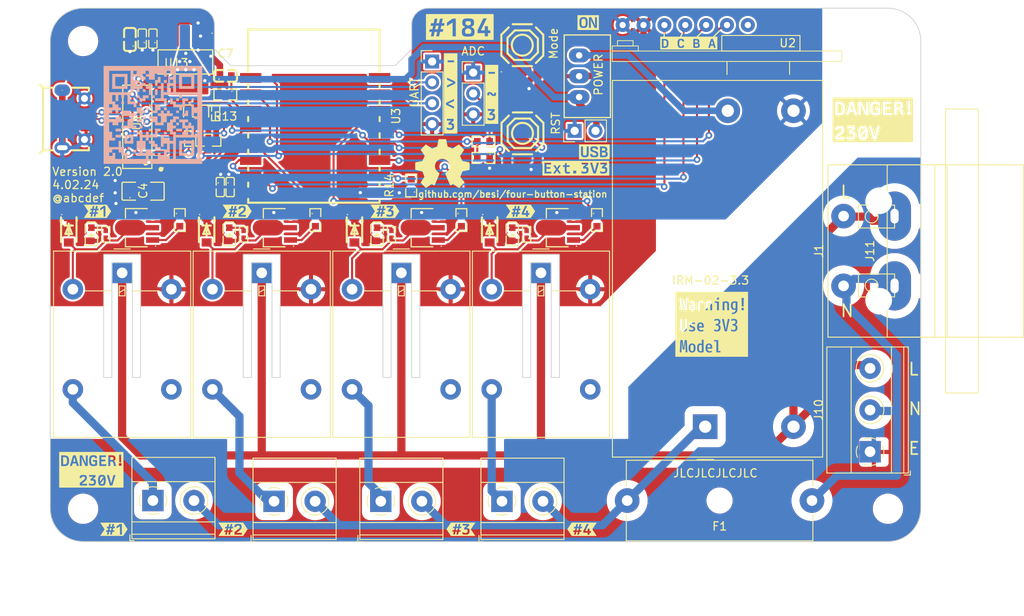
<source format=kicad_pcb>
(kicad_pcb (version 20221018) (generator pcbnew)
  (layers (0 "F.Cu" signal) (31 "B.Cu" signal) (34 "B.Paste" user) (35 "F.Paste" user) (36 "B.SilkS" user "B.Silkscreen") (37 "F.SilkS" user "F.Silkscreen") (38 "B.Mask" user) (39 "F.Mask" user) (44 "Edge.Cuts" user))
  (net 0 "")
  (net 1 "GND")
  (net 2 "/AC_FUSE")
  (net 3 "/Nullleiter")
  (net 5 "Net-(U4-A)")
  (net 6 "ADC")
  (net 7 "/AC1")
  (net 8 "/Phase")
  (net 9 "Relay1")
  (net 10 "/UD_N")
  (net 11 "/UD_P")
  (net 13 "Relay2")
  (net 14 "Relay3")
  (net 15 "Relay4")
  (net 18 "RadioD")
  (net 19 "RadioC")
  (net 20 "TX")
  (net 21 "RX")
  (net 22 "Net-(U3-EN)")
  (net 23 "RadioB")
  (net 24 "RadioA")
  (net 29 "RTS")
  (net 30 "DTR")
  (net 35 "Net-(Q1-B)")
  (net 36 "RESET")
  (net 37 "Net-(LED1-K)")
  (net 38 "GPIO0")
  (net 40 "Net-(U5-B)")
  (net 42 "Net-(U6-A)")
  (net 44 "Net-(U8-A)")
  (net 46 "Net-(U10-A)")
  (net 48 "Net-(Q3-B)")
  (net 49 "Net-(LED2-K)")
  (net 50 "Net-(LED3-K)")
  (net 51 "Net-(LED4-K)")
  (net 52 "Net-(U7-B)")
  (net 53 "Net-(U9-B)")
  (net 54 "Net-(U11-B)")
  (net 55 "Net-(PS1-+Vo)")
  (net 56 "/AC2")
  (net 57 "/AC3")
  (net 58 "/AC4")
  (net 59 "+5V")
  (net 60 "+3V3")
  (net 61 "POW3V3")
  (net 62 "Net-(J4-Pin_2)")
  (net 63 "Earth")
  (footprint "jlc_footprints:SOT-89-3_L4.5-W2.5-P1.50-LS4.2-BR" (layer "F.Cu") (at 28.356236 116.5)
    (fp_text reference "U5" hide)
    (fp_text value "D882_C9634")
  )
  (footprint "kibuzzard-65EE27E0" (layer "F.Cu") (at 67.25 153.25)
    (fp_text reference "kibuzzard-65EE27E0" hide)
    (fp_text value "G***" hide)
  )
  (footprint "jlc_footprints:LED0603-RD" (layer "F.Cu") (at 73.503429 117.299467 -90)
    (fp_text reference "LED4" hide)
    (fp_text value "KT-0603R")
  )
  (footprint "Connector_PinHeader_2.54mm:PinHeader_1x03_P2.54mm_Vertical" (layer "F.Cu") (at 68.75 97.6)
    (fp_text reference "J4" hide)
    (fp_text value "ADC")
  )
  (footprint "jlc_footprints:LED0603-RD" (layer "F.Cu") (at 39.040957 117.299467 -90)
    (fp_text reference "LED2" hide)
    (fp_text value "KT-0603R")
  )
  (footprint "TerminalBlock_Phoenix:TerminalBlock_Phoenix_MKDS-1,5-2_1x02_P5.00mm_Horizontal" (layer "F.Cu") (at 29.75 149.75)
    (fp_text reference "J5" hide)
    (fp_text value "Conn_WallSocket")
  )
  (footprint "MountingHole:MountingHole_3.2mm_M3" (layer "F.Cu") (at 21.25 93.75)
    (fp_text reference "H4")
    (fp_text value "MountingHole")
  )
  (footprint "kibuzzard-65EE27C8" (layer "F.Cu") (at 82 153.25)
    (fp_text reference "kibuzzard-65EE27C8" hide)
    (fp_text value "G***" hide)
  )
  (footprint "jlc_footprints:SOT-23-3_L2.9-W1.3-P1.90-LS2.4-BR" (layer "F.Cu") (at 35.011899 102.278008 -90)
    (fp_text reference "Q3" hide)
    (fp_text value "MMBT3904")
  )
  (footprint "jlc_footprints:SOD-123F_L2.8-W1.8-LS3.7-RD" (layer "F.Cu") (at 70.75 116.75 -90)
    (fp_text reference "U10" hide)
    (fp_text value "SM4007PL")
  )
  (footprint "kibuzzard-65EE2550" (layer "F.Cu") (at 25 153.25)
    (fp_text reference "kibuzzard-65EE2550" hide)
    (fp_text value "G***" hide)
  )
  (footprint "jlc_footprints:R0603" (layer "F.Cu") (at 70 108 180)
    (fp_text reference "R12" hide)
    (fp_text value "10k")
  )
  (footprint "kibuzzard-65EDF7BF" (layer "F.Cu") (at 95 94)
    (fp_text reference "kibuzzard-65EDF7BF" hide)
    (fp_text value "G***" hide)
  )
  (footprint "kibuzzard-65EE2549" (layer "F.Cu") (at 39.5 153.25)
    (fp_text reference "kibuzzard-65EE2549" hide)
    (fp_text value "G***" hide)
  )
  (footprint "jlc_footprints:SOT-89-3_L4.5-W2.5-P1.50-LS4.2-BR" (layer "F.Cu") (at 63.143764 116.5)
    (fp_text reference "U9" hide)
    (fp_text value "D882_C9634")
  )
  (footprint "jlc_footprints:R0603" (layer "F.Cu") (at 67.31 115.57 -90)
    (fp_text reference "R8" hide)
    (fp_text value "33k")
  )
  (footprint "jlc_footprints:R0603" (layer "F.Cu") (at 83.82 115.57 -90)
    (fp_text reference "R10" hide)
    (fp_text value "33k")
  )
  (footprint "TerminalBlock_Phoenix:TerminalBlock_Phoenix_MKDS-1,5-3-5.08_1x03_P5.08mm_Horizontal" (layer "F.Cu") (at 117.07331 143.796139 90)
    (fp_text reference "J10")
    (fp_text value "AC IN")
  )
  (footprint "as12ap:as12ap" (layer "F.Cu") (at 81.65 95.5)
    (fp_text reference "SW1" hide)
    (fp_text value "POWER")
  )
  (footprint "kibuzzard-65EE2746" (layer "F.Cu") (at 66 100.137014)
    (fp_text reference "kibuzzard-65EE2746" hide)
    (fp_text value "G***" hide)
  )
  (footprint "jlc_footprints:SW-SMD_4P-L5.1-W5.1-P3.70-LS6.5-TL-2" (layer "F.Cu") (at 74.75 105 90)
    (fp_text reference "SW2" hide)
    (fp_text value "RST")
  )
  (footprint "jlc_footprints:SOP-16_L10.0-W3.9-P1.27-LS6.0-BL" (layer "F.Cu") (at 27.85 104.20124 90)
    (fp_text reference "U1")
    (fp_text value "CH340C")
  )
  (footprint "TerminalBlock_Phoenix:TerminalBlock_Phoenix_MKDS-1,5-2_1x02_P5.00mm_Horizontal" (layer "F.Cu") (at 72.25 149.838114)
    (fp_text reference "J9" hide)
    (fp_text value "Conn_WallSocket")
  )
  (footprint "jlc_footprints:R0402" (layer "F.Cu") (at 24.003429 117.302833 90)
    (fp_text reference "R4" hide)
    (fp_text value "1k")
  )
  (footprint "Fuse:Fuseholder_Cylinder-5x20mm_Schurter_0031_8201_Horizontal_Open" (layer "F.Cu") (at 110 149.75 180)
    (fp_text reference "F1")
    (fp_text value "Fuse")
  )
  (footprint "kibuzzard-65EE261E" (layer "F.Cu") (at 82.75 91.5)
    (fp_text reference "kibuzzard-65EE261E" hide)
    (fp_text value "G***" hide)
  )
  (footprint "kibuzzard-65EDF79E" (layer "F.Cu") (at 67.115691 92.03662)
    (fp_text reference "kibuzzard-65EDF79E" hide)
    (fp_text value "G***" hide)
  )
  (footprint "jlc_footprints:C0402" (layer "F.Cu") (at 37.95 111.545085 -90)
    (fp_text reference "C6" hide)
    (fp_text value "10u")
  )
  (footprint "kibuzzard-65EE2558" (layer "F.Cu") (at 74.5 114.5)
    (fp_text reference "kibuzzard-65EE2558" hide)
    (fp_text value "G***" hide)
  )
  (footprint "kibuzzard-65EE278E" (layer "F.Cu") (at 117.413938 103.351223)
    (fp_text reference "kibuzzard-65EE278E" hide)
    (fp_text value "G***" hide)
  )
  (footprint "jlc_footprints:R0603" (layer "F.Cu") (at 49.53 115.57 -90)
    (fp_text reference "R6" hide)
    (fp_text value "33k")
  )
  (footprint "Connector_PinHeader_2.54mm:PinHeader_1x04_P2.54mm_Vertical" (layer "F.Cu") (at 63.75 96.25)
    (fp_text reference "J3" hide)
    (fp_text value "UART")
  )
  (footprint "TerminalBlock_Phoenix:TerminalBlock_Phoenix_MKDS-1,5-2_1x02_P5.00mm_Horizontal" (layer "F.Cu") (at 57.5 149.838114)
    (fp_text reference "J8" hide)
    (fp_text value "Conn_WallSocket")
  )
  (footprint "jlc_footprints:R0603" (layer "F.Cu") (at 33.02 115.57 -90)
    (fp_text reference "R1" hide)
    (fp_text value "33k")
  )
  (footprint "kibuzzard-65EE2681" (layer "F.Cu") (at 81.25 109.25)
    (fp_text reference "kibuzzard-65EE2681" hide)
    (fp_text value "G***" hide)
  )
  (footprint "jlc_footprints:SW-SMD_4P-L5.1-W5.1-P3.70-LS6.5-TL-2" (layer "F.Cu") (at 74.727414 94.253627 90)
    (fp_text reference "SW5" hide)
    (fp_text value "Mode")
  )
  (footprint "jlc_footprints:MICRO-USB-SMD_1050171001" (layer "F.Cu") (at 20.164941 103.25 -90)
    (fp_text reference "J6" hide)
    (fp_text value "USB_B_Micro")
  )
  (footprint "jlc_footprints:R0603" (layer "F.Cu") (at 70 106)
    (fp_text reference "R11" hide)
    (fp_text value "22k")
  )
  (footprint "Relay_THT:Relay_SPDT_Omron-G5LE-1" (layer "F.Cu") (at 43 122)
    (fp_text reference "K2" hide)
    (fp_text value "G5LE-1")
  )
  (footprint "c8-inlet:c8-inlet" (layer "F.Cu") (at 120.060555 119.337134 90)
    (fp_text reference "J11")
    (fp_text value "AC IN" hide)
  )
  (footprint "Relay_THT:Relay_SPDT_Omron-G5LE-1" (layer "F.Cu") (at 60 122)
    (fp_text reference "K3" hide)
    (fp_text value "G5LE-1")
  )
  (footprint "jlc_footprints:C0402" (layer "F.Cu") (at 29.75 93.45 90)
    (fp_text reference "C1" hide)
    (fp_text value "10u")
  )
  (footprint "jlc_footprints:SOD-123F_L2.8-W1.8-LS3.7-RD" (layer "F.Cu") (at 54.287528 116.75 -90)
    (fp_text reference "U8" hide)
    (fp_text value "SM4007PL")
  )
  (footprint "jlc_footprints:C0603" (layer "F.Cu") (at 26.95 93.55 90)
    (fp_text reference "C3" hide)
    (fp_text value "22u")
  )
  (footprint "kibuzzard-65EE2541" (layer "F.Cu") (at 58 114.5)
    (fp_text reference "kibuzzard-65EE2541" hide)
    (fp_text value "G***" hide)
  )
  (footprint "jlc_footprints:LED0603-RD" (layer "F.Cu") (at 22.253429 117.299467 -90)
    (fp_text reference "LED1" hide)
    (fp_text value "KT-0603R")
  )
  (footprint "MountingHole:MountingHole_3.2mm_M3" (layer "F.Cu") (at 21.25 150.75)
    (fp_text reference "H3")
    (fp_text value "MountingHole")
  )
  (footprint "jlc_footprints:C0603" (layer "F.Cu") (at 38.6 98)
    (fp_text reference "C7")
    (fp_text value "1u")
  )
  (footprint "kibuzzard-65EE298C" (layer "F.Cu") (at 83.5 107.25)
    (fp_text reference "kibuzzard-65EE298C" hide)
    (fp_text value "G***" hide)
  )
  (footprint "jlc_footprints:C0402" (layer "F.Cu") (at 28.45 93.45 90)
    (fp_text reference "C2" hide)
    (fp_text value "100n")
  )
  (footprint "jlc_footprints:C0402" (layer "F.Cu") (at 39.15 111.545085 -90)
    (fp_text reference "C5" hide)
    (fp_text value "100n")
  )
  (footprint "jlc_footprints:SOD-123F_L2.8-W1.8-LS3.7-RD" (layer "F.Cu") (at 36.287528 116.75 -90)
    (fp_text reference "U6" hide)
    (fp_text value "SM4007PL")
  )
  (footprint "TerminalBlock_Phoenix:TerminalBlock_Phoenix_MKDS-1,5-2_1x02_P5.00mm_Horizontal" (layer "F.Cu") (at 44.5 149.838114)
    (fp_text reference "J7" hide)
    (fp_text value "Conn_WallSocket")
  )
  (footprint "Symbol:OSHW-Symbol_6.7x6mm_SilkScreen" (layer "F.Cu") (at 64.987533 108.69196)
    (fp_text reference "Logo1" hide)
    (fp_text value "github.com/besi/four-button-station")
  )
  (footprint "kibuzzard-67A2052C" (layer "F.Cu") (at 97.79 128.27)
    (fp_text reference "kibuzzard-67A2052C" hide)
    (fp_text value "G***" hide)
  )
  (footprint "jlc_footprints:LED0603-RD" (layer "F.Cu") (at 57.040957 117.299467 -90)
    (fp_text reference "LED3" hide)
    (fp_text value "KT-0603R")
  )
  (footprint "jlc_footprints:R0402" (layer "F.Cu") (at 75.253429 117.302833 90)
    (fp_text reference "R9" hide)
    (fp_text value "1k")
  )
  (footprint "jlc_footprints:R0603" (layer "F.Cu") (at 61.2 111.353366 90)
    (fp_text reference "R14")
    (fp_text value "10k")
  )
  (footprint "radio-receiver:radio-receiver" (layer "F.Cu") (at 86.95 91.8)
    (fp_text reference "U2")
    (fp_text value "radio-receiver")
  )
  (footprint "kibuzzard-65EE35B8" (layer "F.Cu") (at 71 100.25)
    (fp_text reference "kibuzzard-65EE35B8" hide)
    (fp_text value "G***" hide)
  )
  (footprint "jlc_footprints:C1206" (layer "F.Cu") (at 28.55 112.05)
    (fp_text reference "C4")
    (fp_text value "100u")
  )
  (footprint "MountingHole:MountingHole_3.2mm_M3" (layer "F.Cu") (at 119.25 93.75)
    (fp_text reference "H2")
    (fp_text value "MountingHole" hide)
  )
  (footprint "jlc_footprints:R0402" (layer "F.Cu") (at 34.10279 105.633054 -90)
    (fp_text reference "R3" hide)
    (fp_text value "12k")
  )
  (footprint "jlc_footprints:R0603" (layer "F.Cu") (at 38.568029 100.270438 180)
    (fp_text reference "R13")
    (fp_text value "10k")
  )
  (footprint "jlc_footprints:SOT-89-3_L4.5-W2.5-P1.50-LS4.2-BR" (layer "F.Cu") (at 79.606236 116.5)
    (fp_text reference "U11" hide)
    (fp_text value "D882_C9634")
  )
  (footprint "jlc_footprints:R0402" (layer "F.Cu") (at 58.790957 117.302833 90)
    (fp_text reference "R7" hide)
    (fp_text value "1k")
  )
  (footprint "Converter_ACDC:Converter_ACDC_MeanWell_IRM-05-xx_THT" (layer "F.Cu") (at 97 140.75 90)
    (fp_text reference "PS1" hide)
    (fp_text value "IRM-02-3.3")
  )
  (footprint "jlc_footprints:SOT-223-3_L6.5-W3.4-P2.30-LS7.0-BR" (layer "F.Cu") (at 33.697116 96.199074 90)
    (fp_text reference "U13")
    (fp_text value "AMS1117-3_3")
  )
  (footprint "jlc_footprints:SOT-23-3_L2.9-W1.3-P1.90-LS2.4-BR" (layer "F.Cu") (at 36.5 105.831077 90)
    (fp_text reference "Q1" hide)
    (fp_text value "MMBT3904")
  )
  (footprint "jlc_footprints:SOD-123F_L2.8-W1.8-LS3.7-RD" (layer "F.Cu") (at 19.5 116.75 -90)
    (fp_text reference "U4" hide)
    (fp_text value "SM4007PL")
  )
  (footprint "MountingHole:MountingHole_3.2mm_M3" (layer "F.Cu") (at 119.25 150.75)
    (fp_text reference "H1")
    (fp_text value "MountingHole")
  )
  (footprint "jlc_footprints:WIFIM-SMD_ESP-07" (layer "F.Cu") (at 49.5 105.25 -90)
    (fp_text reference "U3")
    (fp_text value "ESP-07")
  )
  (footprint "jlc_footprints:R0402" (layer "F.Cu") (at 37.3929 102.516108 90)
    (fp_text reference "R2" hide)
    (fp_text value "12k")
  )
  (footprint "kibuzzard-65EE2549" (layer "F.Cu") (at 40 114.5)
    (fp_text reference "kibuzzard-65EE2549" hide)
    (fp_text value "G***" hide)
  )
  (footprint "jlc_footprints:R0402" (layer "F.Cu") (at 40.790957 117.302833 90)
    (fp_text reference "R5" hide)
    (fp_text value "1k")
  )
  (footprint "kibuzzard-65EE2550" (layer "F.Cu") (at 23 114.5)
    (fp_text reference "kibuzzard-65EE2550" hide)
    (fp_text value "G***" hide)
  )
  (footprint "c8-inlet:c8-inlet-old" (layer "F.Cu") (at 113.848774 119.337387 90)
    (fp_text reference "J1")
    (fp_text value "AC IN" hide)
  )
  (footprint "Connector_PinHeader_2.54mm:PinHeader_1x02_P2.54mm_Vertical" (layer "F.Cu") (at 81.1 104.7 90)
    (fp_text reference "J2" hide)
    (fp_text value "External 3V")
  )
  (footprint "jlc_footprints:SOT-89-3_L4.5-W2.5-P1.50-LS4.2-BR" (layer "F.Cu") (at 45.143764 116.5)
    (fp_text reference "U7" hide)
    (fp_text value "D882_C9634")
  )
  (footprint "kibuzzard-65F05324" (layer "F.Cu") (at 22.25 146)
    (fp_text reference "kibuzzard-65F05324" hide)
    (fp_text value "G***" hide)
  )
  (footprint "Relay_THT:Relay_SPDT_Omron-G5LE-1" (layer "F.Cu") (at 26 122)
    (fp_text reference "K1" hide)
    (fp_text value "G5LE-1")
  )
  (footprint "Relay_THT:Relay_SPDT_Omron-G5LE-1" (layer "F.Cu") (at 77 122)
    (fp_text reference "K4" hide)
    (fp_text value "G5LE-1")
  )
  (footprint "LOGO" (layer "B.Cu") (at 29.75 102.75 180)
    (fp_text reference "G***" hide)
    (fp_text value "LOGO" hide)
  )
  (gr_line (start 94 93.25) (end 94.25 92.75) (stroke (width 0.15)) (layer "F.SilkS"))
  (gr_line (start 92 93.25) (end 92 92.75) (stroke (width 0.15)) (layer "F.SilkS"))
  (gr_line (start 97.883056 93.366943) (end 98.75 92.5) (stroke (width 0.15)) (layer "F.SilkS"))
  (gr_line (start 96 93.25) (end 96.5 92.75) (stroke (width 0.15)) (layer "F.SilkS"))
  (gr_line (start 59.25 96.75) (end 61.25 94.75) (stroke (width 0.1)) (layer "Edge.Cuts"))
  (gr_arc (start 61.25 91.75) (mid 61.835786 90.335786) (end 63.25 89.75) (stroke (width 0.1)) (layer "Edge.Cuts"))
  (gr_line (start 17.25 150.75) (end 17.25 93.75) (stroke (width 0.1)) (layer "Edge.Cuts"))
  (gr_poly (pts (xy 58.75 120.75) (xy 61.25 120.75) (xy 61.25 134.75) (xy 62.25 134.75) (xy 62.25 119.75) (xy 57.75 119.75) (xy 57.75 134.75) (xy 58.75 134.75)) (stroke (width 0.1)) (fill none) (layer "Edge.Cuts"))
  (gr_arc (start 119.25 89.75) (mid 122.078427 90.921573) (end 123.25 93.75) (stroke (width 0.1)) (layer "Edge.Cuts"))
  (gr_arc (start 17.25 93.75) (mid 18.421573 90.921573) (end 21.25 89.75) (stroke (width 0.1)) (layer "Edge.Cuts"))
  (gr_line (start 119.25 154.75) (end 21.25 154.75) (stroke (width 0.1)) (layer "Edge.Cuts"))
  (gr_arc (start 21.25 154.75) (mid 18.421573 153.578427) (end 17.25 150.75) (stroke (width 0.1)) (layer "Edge.Cuts"))
  (gr_line (start 37.25 94.75) (end 39.25 96.75) (stroke (width 0.1)) (layer "Edge.Cuts"))
  (gr_line (start 39.25 96.75) (end 59.25 96.75) (stroke (width 0.1)) (layer "Edge.Cuts"))
  (gr_line (start 123.25 93.75) (end 123.25 150.75) (stroke (width 0.1)) (layer "Edge.Cuts"))
  (gr_arc (start 123.25 150.75) (mid 122.078427 153.578427) (end 119.25 154.75) (stroke (width 0.1)) (layer "Edge.Cuts"))
  (gr_arc (start 35.25 89.75) (mid 36.664214 90.335786) (end 37.25 91.75) (stroke (width 0.1)) (layer "Edge.Cuts"))
  (gr_poly (pts (xy 41.75 120.75) (xy 44.25 120.75) (xy 44.25 134.75) (xy 45.25 134.75) (xy 45.25 119.75) (xy 40.75 119.75) (xy 40.75 134.75) (xy 41.75 134.75)) (stroke (width 0.1)) (fill none) (layer "Edge.Cuts"))
  (gr_poly (pts (xy 24.75 120.75) (xy 27.25 120.75) (xy 27.25 134.75) (xy 28.25 134.75) (xy 28.25 119.75) (xy 23.75 119.75) (xy 23.75 134.75) (xy 24.75 134.75)) (stroke (width 0.1)) (fill none) (layer "Edge.Cuts"))
  (gr_line (start 61.25 94.75) (end 61.25 91.75) (stroke (width 0.1)) (layer "Edge.Cuts"))
  (gr_line (start 21.25 89.75) (end 35.25 89.75) (stroke (width 0.1)) (layer "Edge.Cuts"))
  (gr_poly (pts (xy 75.75 120.75) (xy 78.25 120.75) (xy 78.25 134.75) (xy 79.25 134.75) (xy 79.25 119.75) (xy 74.75 119.75) (xy 74.75 134.75) (xy 75.75 134.75)) (stroke (width 0.1)) (fill none) (layer "Edge.Cuts"))
  (gr_line (start 63.25 89.75) (end 119.25 89.75) (stroke (width 0.1)) (layer "Edge.Cuts"))
  (gr_line (start 37.25 91.75) (end 37.25 94.75) (stroke (width 0.1)) (layer "Edge.Cuts"))
  (gr_text "L\n\n\n\n\n\nN" (at 113.356483 127.511021) (layer "F.SilkS") (effects (font (size 1.5 1.5) (thickness 0.2)) (justify left bottom)))
  (gr_text "L\n\nN\n\nE" (at 121.632844 144.27695) (layer "F.SilkS") (effects (font (size 1.5 1.5) (thickness 0.2)) (justify left bottom)))
  (gr_text "Version 2.0\n4.02.24\n@abcdef" (at 17.396907 113.472428) (layer "F.SilkS") (effects (font (size 1 1)) (justify left bottom)))
  (gr_text "JLCJLCJLCJLC" (at 93 147) (layer "F.SilkS") (effects (font (size 1 1)) (justify left bottom)))
  (segment (start 37.899975 96.699975) (end 36.8 95.6) (width 0.8) (layer "F.Cu") (net 1))
  (segment (start 26.45 112.05) (end 25.15 110.75) (width 0.8) (layer "F.Cu") (net 1))
  (segment (start 55.025025 112.250025) (end 55 112.225) (width 0.8) (layer "F.Cu") (net 1))
  (segment (start 26.957417 112.05) (end 25.35 112.05) (width 0.8) (layer "F.Cu") (net 1))
  (segment (start 18.714979 106.215762) (end 18.714979 106.75) (width 0.8) (layer "F.Cu") (net 1))
  (segment (start 61.056732 112.25) (end 61.2 112.106732) (width 0.8) (layer "F.Cu") (net 1))
  (segment (start 78.932003 114.650165) (end 80.612637 114.650165) (width 0.8) (layer "F.Cu") (net 1))
  (segment (start 75.550033 99.549967) (end 75.550033 98.581199) (width 0.8) (layer "F.Cu") (net 1))
  (segment (start 35.997091 94.102907) (end 35.25 94.849998) (width 0.8) (layer "F.Cu") (net 1))
  (segment (start 80.612637 114.650165) (end 80.962472 115) (width 0.8) (layer "F.Cu") (net 1))
  (segment (start 26.957417 112.05) (end 26.75 112.05) (width 0.8) (layer "F.Cu") (net 1))
  (segment (start 57.353569 112.250025) (end 59.749975 112.250025) (width 0.8) (layer "F.Cu") (net 1))
  (segment (start 29.346249 108.646249) (end 29.25 108.55) (width 0.8) (layer "F.Cu") (net 1))
  (segment (start 37.899975 98) (end 37.899975 96.699975) (width 0.8) (layer "F.Cu") (net 1))
  (segment (start 59.749975 112.250025) (end 59.75 112.25) (width 0.8) (layer "F.Cu") (net 1))
  (segment (start 35.629118 93.229122) (end 35.549996 93.15) (width 0.8) (layer "F.Cu") (net 1))
  (segment (start 39.15 111) (end 39.15 110.15) (width 0.8) (layer "F.Cu") (net 1))
  (segment (start 35.997091 93.229122) (end 35.997091 94.102907) (width 0.8) (layer "F.Cu") (net 1))
  (segment (start 21.614903 105.550102) (end 21.614903 104.549848) (width 0.4) (layer "F.Cu") (net 1))
  (segment (start 21.415005 105.75) (end 21.614903 105.550102) (width 0.4) (layer "F.Cu") (net 1))
  (segment (start 25.35 112.05) (end 25.15 112.25) (width 0.8) (layer "F.Cu") (net 1))
  (segment (start 19.249217 106.75) (end 18.714979 106.215762) (width 0.8) (layer "F.Cu") (net 1))
  (segment (start 26.95 95.049996) (end 26.950004 95.05) (width 0.8) (layer "F.Cu") (net 1))
  (segment (start 75.550033 98.581199) (end 76.57763 97.553602) (width 0.8) (layer "F.Cu") (net 1))
  (segment (start 35.997091 93.229122) (end 35.629118 93.229122) (width 0.8) (layer "F.Cu") (net 1))
  (segment (start 29.362637 114.650165) (end 29.712472 115) (width 0.8) (layer "F.Cu") (net 1))
  (segment (start 59.75 112.25) (end 61.056732 112.25) (width 0.8) (layer "F.Cu") (net 1))
  (segment (start 29.75 93.995085) (end 29.75 94.849994) (width 0.8) (layer "F.Cu") (net 1))
  (segment (start 76.600216 108.299975) (end 76.600216 108.599784) (width 0.8) (layer "F.Cu") (net 1))
  (segment (start 70.753366 109.246624) (end 70.75 109.24999) (width 0.8) (layer "F.Cu") (net 1))
  (segment (start 30.722492 108.646249) (end 29.346249 108.646249) (width 0.8) (layer "F.Cu") (net 1))
  (segment (start 26.957417 112.05) (end 26.45 112.05) (width 0.8) (layer "F.Cu") (net 1))
  (segment (start 26.75 112.05) (end 25.25 113.55) (width 0.8) (layer "F.Cu") (net 1))
  (segment (start 62.469531 114.650165) (end 64.150165 114.650165) (width 0.8) (layer "F.Cu") (net 1))
  (segment (start 35.997091 92.297091) (end 35.25 91.55) (width 0.8) (layer "F.Cu") (net 1))
  (segment (start 27.682003 114.650165) (end 29.362637 114.650165) (width 0.8) (layer "F.Cu") (net 1))
  (segment (start 46.150165 114.650165) (end 46.5 115) (width 0.8) (layer "F.Cu") (net 1))
  (segment (start 76.600216 108.599784) (end 75.8 109.4) (width 0.8) (layer "F.Cu") (net 1))
  (segment (start 64.150165 114.650165) (end 64.5 115) (width 0.8) (layer "F.Cu") (net 1))
  (segment (start 37.95 110.05) (end 38 110) (width 0.8) (layer "F.Cu") (net 1))
  (segment (start 28.45 93.995085) (end 28.45 94.850002) (width 0.8) (layer "F.Cu") (net 1))
  (segment (start 18.714979 106.215762) (end 18.714979 99.75) (width 0.8) (layer "F.Cu") (net 1))
  (segment (start 39.15 111) (end 37.95 111) (width 0.8) (layer "F.Cu") (net 1))
  (segment (start 26.95 94.250025) (end 26.95 95.049996) (width 0.8) (layer "F.Cu") (net 1))
  (segment (start 37.95 111) (end 37.95 110.05) (width 0.8) (layer "F.Cu") (net 1))
  (segment (start 39.15 110.15) (end 39 110) (width 0.8) (layer "F.Cu") (net 1))
  (segment (start 35.997091 93.229122) (end 35.997091 92.297091) (width 0.8) (layer "F.Cu") (net 1))
  (segment (start 70.753366 108) (end 70.753366 109.246624) (width 0.8) (layer "F.Cu") (net 1))
  (segment (start 44.469531 114.650165) (end 46.150165 114.650165) (width 0.8) (layer "F.Cu") (net 1))
  (segment (start 57.353569 112.250025) (end 55.025025 112.250025) (width 0.8) (layer "F.Cu") (net 1))
  (via (at 38 110) (size 0.8) (drill 0.4) (layers "F.Cu" "B.Cu") (net 1))
  (via (at 35.25 91.55) (size 0.8) (drill 0.4) (layers "F.Cu" "B.Cu") (net 1))
  (via (at 25.25 113.55) (size 0.8) (drill 0.4) (layers "F.Cu" "B.Cu") (net 1))
  (via (at 36.8 95.6) (size 0.8) (drill 0.4) (layers "F.Cu" "B.Cu") (net 1))
  (via (at 35.25 94.849998) (size 0.8) (drill 0.4) (layers "F.Cu" "B.Cu") (net 1))
  (via (at 29.75 94.849994) (size 0.8) (drill 0.4) (layers "F.Cu" "B.Cu") (net 1))
  (via (at 25.15 110.75) (size 0.8) (drill 0.4) (layers "F.Cu" "B.Cu") (net 1))
  (via (at 44.469531 114.650165) (size 0.8) (drill 0.4) (layers "F.Cu" "B.Cu") (net 1))
  (via (at 78.932003 114.650165) (size 0.8) (drill 0.4) (layers "F.Cu" "B.Cu") (net 1))
  (via (at 70.75 109.24999) (size 0.8) (drill 0.4) (layers "F.Cu" "B.Cu") (net 1))
  (via (at 25.15 112.25) (size 0.8) (drill 0.4) (layers "F.Cu" "B.Cu") (net 1))
  (via (at 27.682003 114.650165) (size 0.8) (drill 0.4) (layers "F.Cu" "B.Cu") (net 1))
  (via (at 62.469531 114.650165) (size 0.8) (drill 0.4) (layers "F.Cu" "B.Cu") (net 1))
  (via (at 29.25 108.55) (size 0.8) (drill 0.4) (layers "F.Cu" "B.Cu") (net 1))
  (via (at 55 112.225) (size 0.8) (drill 0.4) (layers "F.Cu" "B.Cu") (net 1))
  (via (at 35.549996 93.15) (size 0.8) (drill 0.4) (layers "F.Cu" "B.Cu") (net 1))
  (via (at 26.950004 95.05) (size 0.8) (drill 0.4) (layers "F.Cu" "B.Cu") (net 1))
  (via (at 28.45 94.850002) (size 0.8) (drill 0.4) (layers "F.Cu" "B.Cu") (net 1))
  (via (at 39 110) (size 0.8) (drill 0.4) (layers "F.Cu" "B.Cu") (net 1))
  (via (at 75.8 109.4) (size 0.8) (drill 0.4) (layers "F.Cu" "B.Cu") (net 1))
  (via (at 75.550033 99.549967) (size 0.8) (drill 0.4) (layers "F.Cu" "B.Cu") (net 1))
  (via (at 59.75 112.25) (size 0.8) (drill 0.4) (layers "F.Cu" "B.Cu") (net 1))
  (segment (start 120.344187 146.717509) (end 113.032491 146.717509) (width 1) (layer "B.Cu") (net 2))
  (segment (start 113.032491 146.717509) (end 110 149.75) (width 1) (layer "B.Cu") (net 2))
  (segment (start 120.344187 138.43) (end 120.344187 146.717509) (width 1) (layer "B.Cu") (net 2))
  (segment (start 117.544187 138.837509) (end 119.936678 138.837509) (width 1) (layer "B.Cu") (net 2))
  (segment (start 115.115 122.735) (end 119.208421 122.735) (width 1) (layer "B.Cu") (net 2))
  (segment (start 119.936678 138.837509) (end 120.344187 138.43) (width 1) (layer "B.Cu") (net 2))
  (segment (start 120.344187 138.43) (end 120.344187 132.079287) (width 1) (layer "B.Cu") (net 2))
  (segment (start 119.208421 122.735) (end 120.060555 123.587134) (width 1) (layer "B.Cu") (net 2))
  (segment (start 120.344187 132.079287) (end 114.2 125.9351) (width 1) (layer "B.Cu") (net 2))
  (segment (start 114.2 125.9351) (end 114.2 123.65) (width 1) (layer "B.Cu") (net 2))
  (segment (start 114.2 123.65) (end 115.115 122.735) (width 1) (layer "B.Cu") (net 2))
  (segment (start 96.5 140.75) (end 97 140.75) (width 1) (layer "B.Cu") (net 3))
  (segment (start 55.75 152.75) (end 66.75 152.75) (width 1) (layer "B.Cu") (net 3))
  (segment (start 66.75 152.75) (end 79.75 152.75) (width 1) (layer "B.Cu") (net 3))
  (segment (start 65.411886 152.75) (end 66.75 152.75) (width 1) (layer "B.Cu") (net 3))
  (segment (start 80.161886 152.75) (end 80.5 152.75) (width 1) (layer "B.Cu") (net 3))
  (segment (start 62.5 149.838114) (end 65.411886 152.75) (width 1) (layer "B.Cu") (net 3))
  (segment (start 84.5 152.75) (end 87.5 149.75) (width 1) (layer "B.Cu") (net 3))
  (segment (start 52.411886 152.75) (end 55.75 152.75) (width 1) (layer "B.Cu") (net 3))
  (segment (start 77.25 149.838114) (end 80.161886 152.75) (width 1) (layer "B.Cu") (net 3))
  (segment (start 37.75 152.75) (end 34.75 149.75) (width 1) (layer "B.Cu") (net 3))
  (segment (start 79.75 152.75) (end 80.5 152.75) (width 1) (layer "B.Cu") (net 3))
  (segment (start 80.5 152.75) (end 84.5 152.75) (width 1) (layer "B.Cu") (net 3))
  (segment (start 87.5 149.75) (end 96.5 140.75) (width 1) (layer "B.Cu") (net 3))
  (segment (start 49.5 149.838114) (end 52.411886 152.75) (width 1) (layer "B.Cu") (net 3))
  (segment (start 55.75 152.75) (end 37.75 152.75) (width 1) (layer "B.Cu") (net 3))
  (segment (start 22.935694 119.123934) (end 24.003429 118.056199) (width 0.25) (layer "F.Cu") (net 5))
  (segment (start 24.75 118.056199) (end 25.443928 118.056199) (width 0.25) (layer "F.Cu") (net 5))
  (segment (start 20.324023 119.123934) (end 22.935694 119.123934) (width 0.25) (layer "F.Cu") (net 5))
  (segment (start 20.324023 119.123934) (end 20 119.447957) (width 0.25) (layer "F.Cu") (net 5))
  (segment (start 20 119.447957) (end 20 124) (width 0.25) (layer "F.Cu") (net 5))
  (segment (start 25.443928 118.056199) (end 27 116.500127) (width 0.25) (layer "F.Cu") (net 5))
  (segment (start 24.003429 118.056199) (end 24.75 118.056199) (width 0.25) (layer "F.Cu") (net 5))
  (segment (start 19.5 118.299911) (end 20.324023 119.123934) (width 0.25) (layer "F.Cu") (net 5))
  (segment (start 42.351511 100.249975) (end 44 101.898464) (width 0.25) (layer "F.Cu") (net 6))
  (segment (start 44 101.898464) (end 44 106) (width 0.25) (layer "F.Cu") (net 6))
  (segment (start 69.246634 106) (end 69.246634 108) (width 0.25) (layer "F.Cu") (net 6))
  (segment (start 41.651511 100.249975) (end 42.351511 100.249975) (width 0.25) (layer "F.Cu") (net 6))
  (segment (start 68 106) (end 69.246634 106) (width 0.25) (layer "F.Cu") (net 6))
  (via (at 68 106) (size 0.8) (drill 0.4) (layers "F.Cu" "B.Cu") (net 6))
  (via (at 44 106) (size 0.8) (drill 0.4) (layers "F.Cu" "B.Cu") (net 6))
  (segment (start 44 106) (end 66 106) (width 0.25) (layer "B.Cu") (net 6))
  (segment (start 66 106) (end 68 106) (width 0.25) (layer "B.Cu") (net 6))
  (segment (start 20 137.834528) (end 20 136.2) (width 1) (layer "B.Cu") (net 7))
  (segment (start 29.75 149.75) (end 29.75 147.584528) (width 1) (layer "B.Cu") (net 7))
  (segment (start 29.75 147.584528) (end 20 137.834528) (width 1) (layer "B.Cu") (net 7))
  (segment (start 117.379406 115.65) (end 116.879406 115.15) (width 1) (layer "F.Cu") (net 8))
  (segment (start 104.109028 144.25) (end 115.109028 133.25) (width 1) (layer "F.Cu") (net 8))
  (segment (start 116.879406 115.15) (end 113.786161 115.15) (width 1) (layer "F.Cu") (net 8))
  (segment (start 107.75 121.186161) (end 107.75 140.75) (width 1) (layer "F.Cu") (net 8))
  (segment (start 28.25 144.25) (end 42.75 144.25) (width 1) (layer "F.Cu") (net 8))
  (segment (start 77.75 144.25) (end 104.109028 144.25) (width 1) (layer "F.Cu") (net 8))
  (segment (start 42.75 144.25) (end 59.25 144.25) (width 1) (layer "F.Cu") (net 8))
  (segment (start 26 142) (end 28.25 144.25) (width 1) (layer "F.Cu") (net 8))
  (segment (start 42.75 144.25) (end 43 144) (width 1) (layer "F.Cu") (net 8))
  (segment (start 43 144) (end 43 122) (width 1) (layer "F.Cu") (net 8))
  (segment (start 59.25 144.25) (end 77.75 144.25) (width 1) (layer "F.Cu") (net 8))
  (segment (start 26 122) (end 26 142) (width 1) (layer "F.Cu") (net 8))
  (segment (start 113.786161 115.15) (end 107.75 121.186161) (width 1) (layer "F.Cu") (net 8))
  (segment (start 115.109028 133.25) (end 117.25 133.25) (width 1) (layer "F.Cu") (net 8))
  (segment (start 60 144.25) (end 60 122) (width 1) (layer "F.Cu") (net 8))
  (segment (start 77.75 144.25) (end 77 144.25) (width 1) (layer "F.Cu") (net 8))
  (segment (start 77 144.25) (end 77 122) (width 1) (layer "F.Cu") (net 8))
  (segment (start 119.531981 115.65) (end 117.379406 115.65) (width 1) (layer "F.Cu") (net 8))
  (segment (start 41.148008 104.25) (end 33.02 112.378008) (width 0.25) (layer "F.Cu") (net 9))
  (segment (start 33.02 112.378008) (end 33.02 114.816634) (width 0.25) (layer "F.Cu") (net 9))
  (segment (start 41.651511 104.25) (end 41.148008 104.25) (width 0.25) (layer "F.Cu") (net 9))
  (segment (start 30.70669 102.312038) (end 30.722492 102.296236) (width 0.2) (layer "F.Cu") (net 10))
  (segment (start 23.357551 102.599886) (end 21.614903 102.599886) (width 0.2) (layer "F.Cu") (net 10))
  (segment (start 23.516912 102.440525) (end 23.357551 102.599886) (width 0.2) (layer "F.Cu") (net 10))
  (segment (start 28.968057 102.312038) (end 30.70669 102.312038) (width 0.2) (layer "F.Cu") (net 10))
  (via (at 23.516912 102.440525) (size 0.8) (drill 0.4) (layers "F.Cu" "B.Cu") (net 10))
  (via (at 28.968057 102.312038) (size 0.8) (drill 0.4) (layers "F.Cu" "B.Cu") (net 10))
  (segment (start 28.58053 102.699565) (end 28.968057 102.312038) (width 0.2) (layer "B.Cu") (net 10))
  (segment (start 23.516912 102.440525) (end 23.775952 102.699565) (width 0.2) (layer "B.Cu") (net 10))
  (segment (start 23.775952 102.699565) (end 28.58053 102.699565) (width 0.2) (layer "B.Cu") (net 10))
  (segment (start 23.51407 103.440237) (end 23.323706 103.249873) (width 0.2) (layer "F.Cu") (net 11))
  (segment (start 29.005649 103.571382) (end 30.717349 103.571382) (width 0.2) (layer "F.Cu") (net 11))
  (segment (start 23.323706 103.249873) (end 21.614903 103.249873) (width 0.2) (layer "F.Cu") (net 11))
  (segment (start 30.717349 103.571382) (end 30.722492 103.566239) (width 0.2) (layer "F.Cu") (net 11))
  (via (at 29.005649 103.571382) (size 0.8) (drill 0.4) (layers "F.Cu" "B.Cu") (net 11))
  (via (at 23.51407 103.440237) (size 0.8) (drill 0.4) (layers "F.Cu" "B.Cu") (net 11))
  (segment (start 23.804742 103.149565) (end 28.583832 103.149565) (width 0.2) (layer "B.Cu") (net 11))
  (segment (start 23.51407 103.440237) (end 23.804742 103.149565) (width 0.2) (layer "B.Cu") (net 11))
  (segment (start 28.583832 103.149565) (end 29.005649 103.571382) (width 0.2) (layer "B.Cu") (net 11))
  (segment (start 41.651511 106.25) (end 42.153984 106.25) (width 0.25) (layer "F.Cu") (net 13))
  (segment (start 42.153984 106.25) (end 49.440618 113.536634) (width 0.25) (layer "F.Cu") (net 13))
  (segment (start 49.440618 113.536634) (end 49.53 113.536634) (width 0.25) (layer "F.Cu") (net 13))
  (segment (start 49.53 113.536634) (end 49.53 114.816634) (width 0.25) (layer "F.Cu") (net 13))
  (segment (start 67.31 114.816634) (end 67.31 111.083489) (width 0.25) (layer "F.Cu") (net 14))
  (segment (start 41.651511 108.25) (end 40.250004 108.25) (width 0.25) (layer "F.Cu") (net 14))
  (segment (start 67.31 111.083489) (end 65.285628 109.059117) (width 0.25) (layer "F.Cu") (net 14))
  (segment (start 40.250004 108.25) (end 39.5 109.000004) (width 0.25) (layer "F.Cu") (net 14))
  (via (at 65.285628 109.059117) (size 0.8) (drill 0.4) (layers "F.Cu" "B.Cu") (net 14))
  (via (at 39.5 109.000004) (size 0.8) (drill 0.4) (layers "F.Cu" "B.Cu") (net 14))
  (segment (start 39.5 109.000004) (end 40.049996 109.55) (width 0.25) (layer "B.Cu") (net 14))
  (segment (start 64.794745 109.55) (end 65.285628 109.059117) (width 0.25) (layer "B.Cu") (net 14))
  (segment (start 40.049996 109.55) (end 64.794745 109.55) (width 0.25) (layer "B.Cu") (net 14))
  (segment (start 83.82 114.816634) (end 82.712472 113.709106) (width 0.25) (layer "F.Cu") (net 15))
  (segment (start 56.653569 102.25) (end 51.75 107.153569) (width 0.25) (layer "F.Cu") (net 15))
  (segment (start 82.712472 113.709106) (end 82.712472 113.336293) (width 0.25) (layer "F.Cu") (net 15))
  (segment (start 57.353569 102.25) (end 56.653569 102.25) (width 0.25) (layer "F.Cu") (net 15))
  (segment (start 82.712472 113.336293) (end 82.626179 113.25) (width 0.25) (layer "F.Cu") (net 15))
  (segment (start 51.75 107.153569) (end 51.75 113.25) (width 0.25) (layer "F.Cu") (net 15))
  (via (at 82.626179 113.25) (size 0.8) (drill 0.4) (layers "F.Cu" "B.Cu") (net 15))
  (via (at 51.75 113.25) (size 0.8) (drill 0.4) (layers "F.Cu" "B.Cu") (net 15))
  (segment (start 51.75 113.25) (end 82.626179 113.25) (width 0.25) (layer "B.Cu") (net 15))
  (segment (start 92.03 91.8) (end 92.03 111.47) (width 0.25) (layer "F.Cu") (net 18))
  (segment (start 92.03 111.47) (end 92 111.5) (width 0.25) (layer "F.Cu") (net 18))
  (segment (start 42.823891 110.250025) (end 44.305615 111.731749) (width 0.25) (layer "F.Cu") (net 18))
  (segment (start 41.651511 110.250025) (end 42.823891 110.250025) (width 0.25) (layer "F.Cu") (net 18))
  (via (at 92 111.5) (size 0.8) (drill 0.4) (layers "F.Cu" "B.Cu") (net 18))
  (via (at 44.305615 111.731749) (size 0.8) (drill 0.4) (layers "F.Cu" "B.Cu") (net 18))
  (segment (start 44.812364 111.225) (end 91.725 111.225) (width 0.25) (layer "B.Cu") (net 18))
  (segment (start 91.725 111.225) (end 92 111.5) (width 0.25) (layer "B.Cu") (net 18))
  (segment (start 44.305615 111.731749) (end 44.812364 111.225) (width 0.25) (layer "B.Cu") (net 18))
  (segment (start 94.35 92.02) (end 94.35 110.35) (width 0.25) (layer "F.Cu") (net 19))
  (segment (start 61.099996 110.499996) (end 61.2 110.6) (width 0.25) (layer "F.Cu") (net 19))
  (segment (start 94.57 91.8) (end 94.35 92.02) (width 0.25) (layer "F.Cu") (net 19))
  (segment (start 57.353569 110.250025) (end 59.336553 110.250025) (width 0.25) (layer "F.Cu") (net 19))
  (segment (start 59.586524 110.499996) (end 61.099996 110.499996) (width 0.25) (layer "F.Cu") (net 19))
  (segment (start 59.336553 110.250025) (end 59.586524 110.499996) (width 0.25) (layer "F.Cu") (net 19))
  (via (at 94.35 110.35) (size 0.8) (drill 0.4) (layers "F.Cu" "B.Cu") (net 19))
  (via (at 59.586524 110.499996) (size 0.8) (drill 0.4) (layers "F.Cu" "B.Cu") (net 19))
  (segment (start 94.35 110.35) (end 94.175 110.525) (width 0.25) (layer "B.Cu") (net 19))
  (segment (start 59.611528 110.525) (end 59.586524 110.499996) (width 0.25) (layer "B.Cu") (net 19))
  (segment (start 94.175 110.525) (end 59.611528 110.525) (width 0.25) (layer "B.Cu") (net 19))
  (segment (start 57.353569 98.249975) (end 60.749975 98.249975) (width 0.25) (layer "F.Cu") (net 20))
  (segment (start 57.103544 98.5) (end 57.353569 98.249975) (width 0.25) (layer "F.Cu") (net 20))
  (segment (start 28.356244 106.106244) (end 28 105.75) (width 0.25) (layer "F.Cu") (net 20))
  (segment (start 30.722492 106.106244) (end 28.356244 106.106244) (width 0.25) (layer "F.Cu") (net 20))
  (segment (start 60.749975 98.249975) (end 61.29 98.79) (width 0.25) (layer "F.Cu") (net 20))
  (segment (start 57.353569 98.249975) (end 56.588191 98.249975) (width 0.25) (layer "F.Cu") (net 20))
  (segment (start 61.29 98.79) (end 63.75 98.79) (width 0.25) (layer "F.Cu") (net 20))
  (segment (start 28 105.75) (end 28 98.35) (width 0.25) (layer "F.Cu") (net 20))
  (via (at 28 98.35) (size 0.8) (drill 0.4) (layers "F.Cu" "B.Cu") (net 20))
  (segment (start 61.65 99.35) (end 62.21 98.79) (width 0.25) (layer "B.Cu") (net 20))
  (segment (start 28 98.35) (end 29 99.35) (width 0.25) (layer "B.Cu") (net 20))
  (segment (start 62.21 98.79) (end 63.75 98.79) (width 0.25) (layer "B.Cu") (net 20))
  (segment (start 29 99.35) (end 61.65 99.35) (width 0.25) (layer "B.Cu") (net 20))
  (segment (start 61.330025 101.33) (end 63.75 101.33) (width 0.25) (layer "F.Cu") (net 21))
  (segment (start 27.25 100.25) (end 27.25 106.653984) (width 0.25) (layer "F.Cu") (net 21))
  (segment (start 27.25 106.653984) (end 27.972262 107.376246) (width 0.25) (layer "F.Cu") (net 21))
  (segment (start 57.353544 100.25) (end 57.353569 100.249975) (width 0.25) (layer "F.Cu") (net 21))
  (segment (start 27.972262 107.376246) (end 30.722492 107.376246) (width 0.25) (layer "F.Cu") (net 21))
  (segment (start 60.25 100.249975) (end 61.330025 101.33) (width 0.25) (layer "F.Cu") (net 21))
  (segment (start 57.353569 100.249975) (end 60.25 100.249975) (width 0.25) (layer "F.Cu") (net 21))
  (via (at 27.25 100.25) (size 0.8) (drill 0.4) (layers "F.Cu" "B.Cu") (net 21))
  (segment (start 63.73 101.35) (end 63.75 101.33) (width 0.25) (layer "B.Cu") (net 21))
  (segment (start 27.25 100.25) (end 28.35 101.35) (width 0.25) (layer "B.Cu") (net 21))
  (segment (start 28.35 101.35) (end 63.73 101.35) (width 0.25) (layer "B.Cu") (net 21))
  (segment (start 40.646095 102.25) (end 41.651511 102.25) (width 0.25) (layer "F.Cu") (net 22))
  (segment (start 39.321395 100.270438) (end 39.321395 100.9253) (width 0.25) (layer "F.Cu") (net 22))
  (segment (start 39.321395 100.9253) (end 40.646095 102.25) (width 0.25) (layer "F.Cu") (net 22))
  (segment (start 39.300025 100.249068) (end 39.321395 100.270438) (width 0.25) (layer "F.Cu") (net 22))
  (segment (start 39.300025 98) (end 39.300025 100.249068) (width 0.25) (layer "F.Cu") (net 22))
  (segment (start 59.622478 108.25) (end 59.689155 108.316677) (width 0.25) (layer "F.Cu") (net 23))
  (segment (start 96 92.91) (end 96 108.200006) (width 0.25) (layer "F.Cu") (net 23))
  (segment (start 57.353569 108.25) (end 59.622478 108.25) (width 0.25) (layer "F.Cu") (net 23))
  (segment (start 97.11 91.8) (end 96 92.91) (width 0.25) (layer "F.Cu") (net 23))
  (via (at 96 108.200006) (size 0.8) (drill 0.4) (layers "F.Cu" "B.Cu") (net 23))
  (via (at 59.689155 108.316677) (size 0.8) (drill 0.4) (layers "F.Cu" "B.Cu") (net 23))
  (segment (start 59.689155 108.316677) (end 59.699366 108.306466) (width 0.25) (layer "B.Cu") (net 23))
  (segment (start 59.699366 108.306466) (end 95.89354 108.306466) (width 0.25) (layer "B.Cu") (net 23))
  (segment (start 95.89354 108.306466) (end 96 108.200006) (width 0.25) (layer "B.Cu") (net 23))
  (segment (start 58.783059 104.25) (end 59.723554 105.190495) (width 0.25) (layer "F.Cu") (net 24))
  (segment (start 99.65 91.8) (end 99.2 91.8) (width 0.25) (layer "F.Cu") (net 24))
  (segment (start 57.353569 104.25) (end 58.783059 104.25) (width 0.25) (layer "F.Cu") (net 24))
  (segment (start 97.45 93.55) (end 97.45 105.250002) (width 0.25) (layer "F.Cu") (net 24))
  (segment (start 99.2 91.8) (end 97.45 93.55) (width 0.25) (layer "F.Cu") (net 24))
  (via (at 97.45 105.250002) (size 0.8) (drill 0.4) (layers "F.Cu" "B.Cu") (net 24))
  (via (at 59.723554 105.190495) (size 0.8) (drill 0.4) (layers "F.Cu" "B.Cu") (net 24))
  (segment (start 96.735002 105.965) (end 72.715 105.965) (width 0.25) (layer "B.Cu") (net 24))
  (segment (start 97.45 105.250002) (end 96.735002 105.965) (width 0.25) (layer "B.Cu") (net 24))
  (segment (start 72.715 105.965) (end 71.940495 105.190495) (width 0.25) (layer "B.Cu") (net 24))
  (segment (start 71.940495 105.190495) (end 59.723554 105.190495) (width 0.25) (layer "B.Cu") (net 24))
  (segment (start 34.10279 106.065871) (end 34.10279 107.40279) (width 0.25) (layer "F.Cu") (net 29))
  (segment (start 26.75 106.95) (end 26.75 107.35) (width 0.25) (layer "F.Cu") (net 29))
  (segment (start 35.550038 104.831077) (end 35.550038 105.199962) (width 0.25) (layer "F.Cu") (net 29))
  (segment (start 25.906244 106.106244) (end 26.75 106.95) (width 0.25) (layer "F.Cu") (net 29))
  (segment (start 24.977508 106.106244) (end 25.906244 106.106244) (width 0.25) (layer "F.Cu") (net 29))
  (segment (start 34.684129 106.065871) (end 34.10279 106.065871) (width 0.25) (layer "F.Cu") (net 29))
  (segment (start 35.550038 105.199962) (end 34.684129 106.065871) (width 0.25) (layer "F.Cu") (net 29))
  (via (at 26.75 107.35) (size 0.8) (drill 0.4) (layers "F.Cu" "B.Cu") (net 29))
  (via (at 34.10279 107.40279) (size 0.8) (drill 0.4) (layers "F.Cu" "B.Cu") (net 29))
  (segment (start 34.05 107.35) (end 26.75 107.35) (width 0.25) (layer "B.Cu") (net 29))
  (segment (start 34.10279 107.40279) (end 34.05 107.35) (width 0.25) (layer "B.Cu") (net 29))
  (segment (start 24.639982 104.836241) (end 24.977508 104.836241) (width 0.25) (layer "F.Cu") (net 30))
  (segment (start 36.666709 102.083291) (end 37.3929 102.083291) (width 0.25) (layer "F.Cu") (net 30))
  (segment (start 38.083291 102.083291) (end 38.400787 102.400787) (width 0.25) (layer "F.Cu") (net 30))
  (segment (start 24.977508 104.836241) (end 26.336241 104.836241) (width 0.25) (layer "F.Cu") (net 30))
  (segment (start 26.336241 104.836241) (end 26.5 105) (width 0.25) (layer "F.Cu") (net 30))
  (segment (start 37.3929 102.083291) (end 38.083291 102.083291) (width 0.25) (layer "F.Cu") (net 30))
  (segment (start 35.961861 103.278008) (end 35.961861 102.788139) (width 0.25) (layer "F.Cu") (net 30))
  (segment (start 38.400787 102.400787) (end 38.400787 104.990705) (width 0.25) (layer "F.Cu") (net 30))
  (segment (start 35.961861 102.788139) (end 36.666709 102.083291) (width 0.25) (layer "F.Cu") (net 30))
  (via (at 26.5 105) (size 0.8) (drill 0.4) (layers "F.Cu" "B.Cu") (net 30))
  (via (at 38.400787 104.990705) (size 0.8) (drill 0.4) (layers "F.Cu" "B.Cu") (net 30))
  (segment (start 26.5 105) (end 38.391492 105) (width 0.25) (layer "B.Cu") (net 30))
  (segment (start 38.391492 105) (end 38.400787 104.990705) (width 0.25) (layer "B.Cu") (net 30))
  (segment (start 37.449962 103.005987) (end 37.449962 104.831077) (width 0.25) (layer "F.Cu") (net 35))
  (segment (start 37.3929 102.948925) (end 37.449962 103.005987) (width 0.25) (layer "F.Cu") (net 35))
  (segment (start 36.5 106.831077) (end 36.5 106.9) (width 0.25) (layer "F.Cu") (net 36))
  (segment (start 41.651511 98.249975) (end 43.999975 98.249975) (width 0.25) (layer "F.Cu") (net 36))
  (segment (start 72 106.949997) (end 72 107.400166) (width 0.25) (layer "F.Cu") (net 36))
  (segment (start 36.5 106.9) (end 35.65 107.75) (width 0.25) (layer "F.Cu") (net 36))
  (segment (start 72 107.400166) (end 72.899809 108.299975) (width 0.25) (layer "F.Cu") (net 36))
  (segment (start 44.849994 107.549994) (end 45.05 107.75) (width 0.25) (layer "F.Cu") (net 36))
  (segment (start 43.999975 98.249975) (end 44.849994 99.099994) (width 0.25) (layer "F.Cu") (net 36))
  (segment (start 44.849994 99.099994) (end 44.849994 107.549994) (width 0.25) (layer "F.Cu") (net 36))
  (via (at 35.65 107.75) (size 0.8) (drill 0.4) (layers "F.Cu" "B.Cu") (net 36))
  (via (at 72 106.949997) (size 0.8) (drill 0.4) (layers "F.Cu" "B.Cu") (net 36))
  (via (at 45.05 107.75) (size 0.8) (drill 0.4) (layers "F.Cu" "B.Cu") (net 36))
  (segment (start 45.05 107.75) (end 45.277325 107.522675) (width 0.25) (layer "B.Cu") (net 36))
  (segment (start 35.65 107.75) (end 45.05 107.75) (width 0.25) (layer "B.Cu") (net 36))
  (segment (start 45.277325 107.522675) (end 71.427322 107.522675) (width 0.25) (layer "B.Cu") (net 36))
  (segment (start 71.427322 107.522675) (end 72 106.949997) (width 0.25) (layer "B.Cu") (net 36))
  (segment (start 22.25 116.5) (end 23.953962 116.5) (width 0.25) (layer "F.Cu") (net 37))
  (segment (start 23.953962 116.5) (end 24.003429 116.549467) (width 0.25) (layer "F.Cu") (net 37))
  (segment (start 72.877223 97.553602) (end 72.877223 98.877223) (width 0.25) (layer "F.Cu") (net 38))
  (segment (start 75.2 104.815895) (end 77.118013 106.733908) (width 0.25) (layer "F.Cu") (net 38))
  (segment (start 35.011899 101.278008) (end 38.778008 101.278008) (width 0.25) (layer "F.Cu") (net 38))
  (segment (start 39.39724 101.89724) (end 39.39724 104.65) (width 0.25) (layer "F.Cu") (net 38))
  (segment (start 57.353569 106.25) (end 59.198345 106.25) (width 0.25) (layer "F.Cu") (net 38))
  (segment (start 59.198345 106.25) (end 59.723345 106.775) (width 0.25) (layer "F.Cu") (net 38))
  (segment (start 56.303205 106.25) (end 55.278205 105.225) (width 0.25) (layer "F.Cu") (net 38))
  (segment (start 72.877223 98.877223) (end 75.2 101.2) (width 0.25) (layer "F.Cu") (net 38))
  (segment (start 38.778008 101.278008) (end 39.39724 101.89724) (width 0.25) (layer "F.Cu") (net 38))
  (segment (start 75.2 101.2) (end 75.2 104.815895) (width 0.25) (layer "F.Cu") (net 38))
  (segment (start 57.353569 106.25) (end 56.303205 106.25) (width 0.25) (layer "F.Cu") (net 38))
  (via (at 77.118013 106.733908) (size 0.8) (drill 0.4) (layers "F.Cu" "B.Cu") (net 38))
  (via (at 59.723345 106.775) (size 0.8) (drill 0.4) (layers "F.Cu" "B.Cu") (net 38))
  (via (at 39.39724 104.65) (size 0.8) (drill 0.4) (layers "F.Cu" "B.Cu") (net 38))
  (via (at 55.278205 105.225) (size 0.8) (drill 0.4) (layers "F.Cu" "B.Cu") (net 38))
  (segment (start 59.723345 106.775) (end 68.249995 106.775) (width 0.25) (layer "B.Cu") (net 38))
  (segment (start 68.849998 106.174997) (end 72.288601 106.174997) (width 0.25) (layer "B.Cu") (net 38))
  (segment (start 54.703205 104.65) (end 55.278205 105.225) (width 0.25) (layer "B.Cu") (net 38))
  (segment (start 39.39724 104.65) (end 54.703205 104.65) (width 0.25) (layer "B.Cu") (net 38))
  (segment (start 72.847512 106.733908) (end 77.118013 106.733908) (width 0.25) (layer "B.Cu") (net 38))
  (segment (start 72.288601 106.174997) (end 72.847512 106.733908) (width 0.25) (layer "B.Cu") (net 38))
  (segment (start 68.249995 106.775) (end 68.849998 106.174997) (width 0.25) (layer "B.Cu") (net 38))
  (segment (start 31.343366 118) (end 33.02 116.323366) (width 0.25) (layer "F.Cu") (net 40))
  (segment (start 29.712472 118) (end 31.343366 118) (width 0.25) (layer "F.Cu") (net 40))
  (segment (start 37 119.235485) (end 37 124) (width 0.25) (layer "F.Cu") (net 42))
  (segment (start 36.287528 118.299911) (end 37.111551 119.123934) (width 0.25) (layer "F.Cu") (net 42))
  (segment (start 40.790957 118.056199) (end 41.537528 118.056199) (width 0.25) (layer "F.Cu") (net 42))
  (segment (start 39.723222 119.123934) (end 40.790957 118.056199) (width 0.25) (layer "F.Cu") (net 42))
  (segment (start 41.537528 118.056199) (end 42.231456 118.056199) (width 0.25) (layer "F.Cu") (net 42))
  (segment (start 37.111551 119.123934) (end 39.723222 119.123934) (width 0.25) (layer "F.Cu") (net 42))
  (segment (start 37.111551 119.123934) (end 37 119.235485) (width 0.25) (layer "F.Cu") (net 42))
  (segment (start 42.231456 118.056199) (end 43.787528 116.500127) (width 0.25) (layer "F.Cu") (net 42))
  (segment (start 58.790957 118.056199) (end 59.537528 118.056199) (width 0.25) (layer "F.Cu") (net 44))
  (segment (start 54 120.235485) (end 54 124) (width 0.25) (layer "F.Cu") (net 44))
  (segment (start 55.111551 119.123934) (end 57.723222 119.123934) (width 0.25) (layer "F.Cu") (net 44))
  (segment (start 59.537528 118.056199) (end 60.231456 118.056199) (width 0.25) (layer "F.Cu") (net 44))
  (segment (start 57.723222 119.123934) (end 58.790957 118.056199) (width 0.25) (layer "F.Cu") (net 44))
  (segment (start 54.287528 118.299911) (end 55.111551 119.123934) (width 0.25) (layer "F.Cu") (net 44))
  (segment (start 55.111551 119.123934) (end 54 120.235485) (width 0.25) (layer "F.Cu") (net 44))
  (segment (start 60.231456 118.056199) (end 61.787528 116.500127) (width 0.25) (layer "F.Cu") (net 44))
  (segment (start 76 118.056199) (end 76.693928 118.056199) (width 0.25) (layer "F.Cu") (net 46))
  (segment (start 74.185694 119.123934) (end 75.253429 118.056199) (width 0.25) (layer "F.Cu") (net 46))
  (segment (start 76.693928 118.056199) (end 78.25 116.500127) (width 0.25) (layer "F.Cu") (net 46))
  (segment (start 71.574023 119.123934) (end 71 119.697957) (width 0.25) (layer "F.Cu") (net 46))
  (segment (start 75.253429 118.056199) (end 76 118.056199) (width 0.25) (layer "F.Cu") (net 46))
  (segment (start 70.75 118.299911) (end 71.574023 119.123934) (width 0.25) (layer "F.Cu") (net 46))
  (segment (start 71.574023 119.123934) (end 74.185694 119.123934) (width 0.25) (layer "F.Cu") (net 46))
  (segment (start 71 119.697957) (end 71 124) (width 0.25) (layer "F.Cu") (net 46))
  (segment (start 34.10279 105.200237) (end 34.10279 103.318861) (width 0.25) (layer "F.Cu") (net 48))
  (segment (start 34.10279 103.318861) (end 34.061937 103.278008) (width 0.25) (layer "F.Cu") (net 48))
  (segment (start 39.037528 116.5) (end 40.74149 116.5) (width 0.25) (layer "F.Cu") (net 49))
  (segment (start 40.74149 116.5) (end 40.790957 116.549467) (width 0.25) (layer "F.Cu") (net 49))
  (segment (start 57.037528 116.5) (end 58.74149 116.5) (width 0.25) (layer "F.Cu") (net 50))
  (segment (start 58.74149 116.5) (end 58.790957 116.549467) (width 0.25) (layer "F.Cu") (net 50))
  (segment (start 73.5 116.5) (end 75.203962 116.5) (width 0.25) (layer "F.Cu") (net 51))
  (segment (start 75.203962 116.5) (end 75.253429 116.549467) (width 0.25) (layer "F.Cu") (net 51))
  (segment (start 47.853366 118) (end 49.53 116.323366) (width 0.25) (layer "F.Cu") (net 52))
  (segment (start 46.5 118) (end 47.853366 118) (width 0.25) (layer "F.Cu") (net 52))
  (segment (start 64.5 118) (end 65.633366 118) (width 0.25) (layer "F.Cu") (net 53))
  (segment (start 65.633366 118) (end 67.31 116.323366) (width 0.25) (layer "F.Cu") (net 53))
  (segment (start 82.143366 118) (end 83.82 116.323366) (width 0.25) (layer "F.Cu") (net 54))
  (segment (start 80.962472 118) (end 82.143366 118) (width 0.25) (layer "F.Cu") (net 54))
  (segment (start 99.75 102.25) (end 94.4 102.25) (width 0.8) (layer "B.Cu") (net 55))
  (segment (start 94.4 102.25) (end 87.65 95.5) (width 0.8) (layer "B.Cu") (net 55))
  (segment (start 87.65 95.5) (end 81.65 95.5) (width 0.8) (layer "B.Cu") (net 55))
  (segment (start 43.75 149.838114) (end 44.5 149.838114) (width 1) (layer "B.Cu") (net 56))
  (segment (start 40.289675 139.489675) (end 40.289675 146.377789) (width 1) (layer "B.Cu") (net 56))
  (segment (start 40.289675 146.377789) (end 43.75 149.838114) (width 1) (layer "B.Cu") (net 56))
  (segment (start 37 136.2) (end 40.289675 139.489675) (width 1) (layer "B.Cu") (net 56))
  (segment (start 56 138.2) (end 54 136.2) (width 1) (layer "B.Cu") (net 57))
  (segment (start 56 147.588114) (end 56 138.2) (width 1) (layer "B.Cu") (net 57))
  (segment (start 57.5 149.088114) (end 56 147.588114) (width 1) (layer "B.Cu") (net 57))
  (segment (start 57.5 149.838114) (end 57.5 149.088114) (width 1) (layer "B.Cu") (net 57))
  (segment (start 71 148.588114) (end 71 136.2) (width 1) (layer "B.Cu") (net 58))
  (segment (start 72.25 149.838114) (end 71 148.588114) (width 1) (layer "B.Cu") (net 58))
  (segment (start 27.00494 92.904915) (end 26.95 92.849975) (width 0.6) (layer "F.Cu") (net 59))
  (segment (start 28.45 92.904915) (end 29.75 92.904915) (width 0.6) (layer "F.Cu") (net 59))
  (segment (start 31.072934 92.904915) (end 31.397141 93.229122) (width 0.6) (layer "F.Cu") (net 59))
  (segment (start 29.75 92.904915) (end 31.072934 92.904915) (width 0.6) (layer "F.Cu") (net 59))
  (segment (start 28.45 92.904915) (end 27.00494 92.904915) (width 0.6) (layer "F.Cu") (net 59))
  (segment (start 21.056858 118.098934) (end 20.75 117.792076) (width 0.8) (layer "F.Cu") (net 60))
  (segment (start 32.494997 109.13502) (end 32.215008 109.415008) (width 0.8) (layer "F.Cu") (net 60))
  (segment (start 26.277508 109.946249) (end 24.977508 108.646249) (width 0.8) (layer "F.Cu") (net 60))
  (segment (start 70.75 115.85) (end 70.75 115.200089) (width 0.8) (layer "F.Cu") (net 60))
  (segment (start 31.683768 109.946249) (end 26.277508 109.946249) (width 0.8) (layer "F.Cu") (net 60))
  (segment (start 54.287528 115.85) (end 54.287528 115.200089) (width 0.8) (layer "F.Cu") (net 60))
  (segment (start 72.998934 118.098934) (end 70.75 115.85) (width 0.8) (layer "F.Cu") (net 60))
  (segment (start 89.49 94.76) (end 86.25 98) (width 0.8) (layer "F.Cu") (net 60))
  (segment (start 81.69 98) (end 81.65 98.04) (width 0.8) (layer "F.Cu") (net 60))
  (segment (start 36.287528 115.85) (end 36.287528 115.200089) (width 0.8) (layer "F.Cu") (net 60))
  (segment (start 31.809426 104.836241) (end 32.494997 105.521812) (width 0.8) (layer "F.Cu") (net 60))
  (segment (start 32.215008 109.415008) (end 31.683768 109.946249) (width 0.8) (layer "F.Cu") (net 60))
  (segment (start 41.646431 112.250025) (end 38.109855 112.250025) (width 0.8) (layer "F.Cu") (net 60))
  (segment (start 39.044386 118.098934) (end 38.536462 118.098934) (width 0.8) (layer "F.Cu") (net 60))
  (segment (start 38.109855 112.250025) (end 37.95 112.09017) (width 0.8) (layer "F.Cu") (net 60))
  (segment (start 20.75 116.450089) (end 19.5 115.200089) (width 0.8) (layer "F.Cu") (net 60))
  (segment (start 30.722492 104.836241) (end 31.809426 104.836241) (width 0.8) (layer "F.Cu") (net 60))
  (segment (start 32.494997 105.521812) (end 32.494997 109.13502) (width 0.8) (layer "F.Cu") (net 60))
  (segment (start 38.536462 118.098934) (end 36.287528 115.85) (width 0.8) (layer "F.Cu") (net 60))
  (segment (start 22.256858 118.098934) (end 21.056858 118.098934) (width 0.8) (layer "F.Cu") (net 60))
  (segment (start 30.142583 111.487433) (end 32.215008 109.415008) (width 0.8) (layer "F.Cu") (net 60))
  (segment (start 86.25 98) (end 81.69 98) (width 0.8) (layer "F.Cu") (net 60))
  (segment (start 30.142583 112.05) (end 30.142583 111.487433) (width 0.8) (layer "F.Cu") (net 60))
  (segment (start 20.75 117.792076) (end 20.75 116.450089) (width 0.8) (layer "F.Cu") (net 60))
  (segment (start 73.506858 118.098934) (end 72.998934 118.098934) (width 0.8) (layer "F.Cu") (net 60))
  (segment (start 89.49 91.8) (end 89.49 94.76) (width 0.8) (layer "F.Cu") (net 60))
  (segment (start 56.536462 118.098934) (end 54.287528 115.85) (width 0.8) (layer "F.Cu") (net 60))
  (segment (start 57.044386 118.098934) (end 56.536462 118.098934) (width 0.8) (layer "F.Cu") (net 60))
  (segment (start 83.75 104.59) (end 83.64 104.7) (width 0.8) (layer "F.Cu") (net 61))
  (segment (start 33.697116 99.169051) (end 33.830949 99.169051) (width 0.8) (layer "F.Cu") (net 61))
  (segment (start 83.75 103.5) (end 83.75 104.59) (width 0.8) (layer "F.Cu") (net 61))
  (segment (start 35.480949 99.169051) (end 36.075 98.575) (width 0.8) (layer "F.Cu") (net 61))
  (segment (start 81.65 101.4) (end 83.75 103.5) (width 0.8) (layer "F.Cu") (net 61))
  (segment (start 81.65 100.58) (end 81.65 101.4) (width 0.8) (layer "F.Cu") (net 61))
  (segment (start 33.697116 99.169051) (end 35.480949 99.169051) (width 0.8) (layer "F.Cu") (net 61))
  (via (at 33 96.25) (size 0.8) (drill 0.4) (layers "F.Cu" "B.Cu") (net 61))
  (via (at 33.75 97.25) (size 0.8) (drill 0.4) (layers "F.Cu" "B.Cu") (net 61))
  (via (at 36.075 98.575) (size 0.8) (drill 0.4) (layers "F.Cu" "B.Cu") (net 61))
  (via (at 34.25 96.25) (size 0.8) (drill 0.4) (layers "F.Cu" "B.Cu") (net 61))
  (via (at 34.75 97.25) (size 0.8) (drill 0.4) (layers "F.Cu" "B.Cu") (net 61))
  (via (at 32.75 97.25) (size 0.8) (drill 0.4) (layers "F.Cu" "B.Cu") (net 61))
  (via (at 33.75 95.25) (size 0.8) (drill 0.4) (layers "F.Cu" "B.Cu") (net 61))
  (segment (start 36.250001 98.399999) (end 36.075 98.575) (width 0.8) (layer "B.Cu") (net 61))
  (segment (start 60.518127 98.399999) (end 36.250001 98.399999) (width 0.8) (layer "B.Cu") (net 61))
  (segment (start 81.65 100.58) (end 78.58 100.58) (width 0.8) (layer "B.Cu") (net 61))
  (segment (start 61.25 96) (end 61.25 97.668126) (width 0.8) (layer "B.Cu") (net 61))
  (segment (start 72.5 94.5) (end 62.75 94.5) (width 0.8) (layer "B.Cu") (net 61))
  (segment (start 78.58 100.58) (end 72.5 94.5) (width 0.8) (layer "B.Cu") (net 61))
  (segment (start 62.75 94.5) (end 61.25 96) (width 0.8) (layer "B.Cu") (net 61))
  (segment (start 61.25 97.668126) (end 60.518127 98.399999) (width 0.8) (layer "B.Cu") (net 61))
  (segment (start 70.744266 102.134266) (end 68.75 100.14) (width 0.25) (layer "F.Cu") (net 62))
  (segment (start 70.744266 105.9909) (end 70.744266 102.134266) (width 0.25) (layer "F.Cu") (net 62))
  (segment (start 70.753366 106) (end 70.744266 105.9909) (width 0.25) (layer "F.Cu") (net 62))
  (zone (net 60) (net_name "+3V3") (layer "F.Cu") (priority 3) (connect_pads (clearance 0.25)) (min_thickness 0.25) (fill yes (thermal_gap 0.5) (thermal_bridge_width 0.5))
    (polygon (pts (xy 14.25 88.75) (xy 14.25 126.070655) (xy 84.25 126.070655) (xy 91 119.320655) (xy 91 89.07211) (xy 91.1 88.97211) (xy 90.87789 88.75)))
  )
  (zone (net 59) (net_name "+5V") (layer "F.Cu") (name "5v") (priority 3) (connect_pads yes (clearance 0.25)) (min_thickness 0.25) (fill yes (thermal_gap 0.5) (thermal_bridge_width 0.5))
    (polygon (pts (xy 26 92) (xy 19 99) (xy 19 103) (xy 23 103) (xy 24 102) (xy 24 97) (xy 26 95) (xy 32 95) (xy 32 92)))
  )
  (zone (net 0) (net_name "") (layers "F&B.Cu") (name "Keepout-antenna-zone") (connect_pads yes (clearance 0)) (min_thickness 0.25)
    (keepout (tracks allowed) (vias allowed) (pads allowed) (copperpour not_allowed) (footprints allowed))
    (fill (thermal_gap 0.5) (thermal_bridge_width 0.5))
    (polygon (pts (xy 37.25 89.75) (xy 37.25 97.75) (xy 61.25 97.75) (xy 61.25 89.75)))
  )
  (zone (net 63) (net_name "Earth") (layers "F&B.Cu") (connect_pads (clearance 0.25)) (min_thickness 0.25) (fill yes (thermal_gap 0.5) (thermal_bridge_width 0.5))
    (polygon (pts (xy 123.19 107.95) (xy 115.57 107.95) (xy 87.63 135.89) (xy 87.63 142.24) (xy 13.97 142.24) (xy 13.97 163.83) (xy 127 163.83) (xy 127 111.76)))
  )
  (zone (net 61) (net_name "POW3V3") (layers "F&B.Cu") (priority 4) (connect_pads (clearance 0)) (min_thickness 0.25) (fill yes (thermal_gap 0.1) (thermal_bridge_width 0.8))
    (polygon (pts (xy 32 98) (xy 33 94.5) (xy 33 91.75) (xy 34.25 91.75) (xy 34.25 94.5) (xy 36.5 98) (xy 36.5 100.25) (xy 31.75 100.25) (xy 31.75 98)))
  )
  (zone (net 1) (net_name "GND") (layer "B.Cu") (priority 2) (connect_pads (clearance 0.25)) (min_thickness 0.25) (fill yes (thermal_gap 0.5) (thermal_bridge_width 0.5))
    (polygon (pts (xy 13.25 115.5) (xy 99.5 115.5) (xy 111.25 103.75) (xy 111.25 88.75) (xy 13.25 88.75)))
  )
)
</source>
